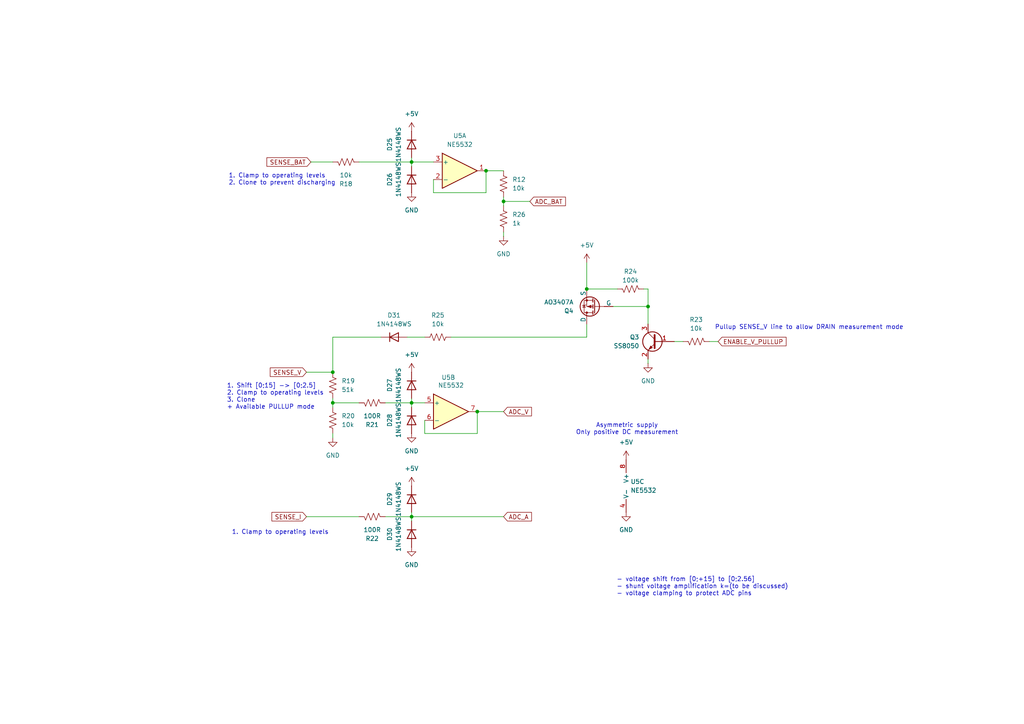
<source format=kicad_sch>
(kicad_sch (version 20231120) (generator "eeschema") (generator_version "8.0")
  (paper "A4")
  (title_block (title "measurement module (MM)") (date "2024-11-09") (rev "1.0") (company "vaexey"))
  (lib_symbols
    (symbol "Amplifier_Operational:NE5532" (pin_names (offset 0.127))
      (property "Reference" "U" (at 0 5.08 0))
      (property "Value" "NE5532" (at 0 -5.08 0))
      (symbol "NE5532_1_1"
        (polyline (pts (xy -5.08 5.08) (xy 5.08 0) (xy -5.08 -5.08) (xy -5.08 5.08)) (stroke (width 0.254)) (fill (type background)))
        (pin output line (at 7.62 0 180) (length 2.54) (name "~") (number "1"))
        (pin input line (at -7.62 -2.54 0) (length 2.54) (name "-") (number "2"))
        (pin input line (at -7.62 2.54 0) (length 2.54) (name "+") (number "3"))
      )
      (symbol "NE5532_2_1"
        (polyline (pts (xy -5.08 5.08) (xy 5.08 0) (xy -5.08 -5.08) (xy -5.08 5.08)) (stroke (width 0.254)) (fill (type background)))
        (pin input line (at -7.62 2.54 0) (length 2.54) (name "+") (number "5"))
        (pin input line (at -7.62 -2.54 0) (length 2.54) (name "-") (number "6"))
        (pin output line (at 7.62 0 180) (length 2.54) (name "~") (number "7"))
      )
      (symbol "NE5532_3_1"
        (pin power_in line (at -2.54 -7.62 90) (length 3.81) (name "V-") (number "4"))
        (pin power_in line (at -2.54 7.62 270) (length 3.81) (name "V+") (number "8"))
      )
    )
    (symbol "Device:D" (pin_numbers hide) (pin_names (offset 1.016) hide)
      (property "Reference" "D" (at 0 2.54 0))
      (property "Value" "D" (at 0 -2.54 0))
      (symbol "D_0_1"
        (polyline (pts (xy -1.27 1.27) (xy -1.27 -1.27)) (stroke (width 0.254)))
        (polyline (pts (xy 1.27 0) (xy -1.27 0)))
        (polyline (pts (xy 1.27 1.27) (xy 1.27 -1.27) (xy -1.27 0) (xy 1.27 1.27)) (stroke (width 0.254)))
      )
      (symbol "D_1_1"
        (pin passive line (at -3.81 0 0) (length 2.54) (name "K") (number "1"))
        (pin passive line (at 3.81 0 180) (length 2.54) (name "A") (number "2"))
      )
    )
    (symbol "Device:R_US" (pin_numbers hide) (pin_names (offset 0))
      (property "Reference" "R" (at 2.54 0 90))
      (property "Value" "R_US" (at -2.54 0 90))
      (symbol "R_US_0_1"
        (polyline (pts (xy 0 -2.286) (xy 0 -2.54)))
        (polyline (pts (xy 0 2.286) (xy 0 2.54)))
        (polyline (pts (xy 0 -0.762) (xy 1.016 -1.143) (xy 0 -1.524) (xy -1.016 -1.905) (xy 0 -2.286)))
        (polyline (pts (xy 0 0.762) (xy 1.016 0.381) (xy 0 0) (xy -1.016 -0.381) (xy 0 -0.762)))
        (polyline (pts (xy 0 2.286) (xy 1.016 1.905) (xy 0 1.524) (xy -1.016 1.143) (xy 0 0.762)))
      )
      (symbol "R_US_1_1"
        (pin passive line (at 0 3.81 270) (length 1.27) (name "~") (number "1"))
        (pin passive line (at 0 -3.81 90) (length 1.27) (name "~") (number "2"))
      )
    )
    (symbol "Simulation_SPICE:PMOS" (pin_numbers hide) (pin_names (offset 0))
      (property "Reference" "Q" (at 5.08 1.27 0))
      (property "Value" "PMOS" (at 5.08 -1.27 0))
      (symbol "PMOS_0_1"
        (polyline (pts (xy 0.254 0) (xy -2.54 0)))
        (polyline (pts (xy 0.254 1.905) (xy 0.254 -1.905)) (stroke (width 0.254)))
        (polyline (pts (xy 0.762 -1.27) (xy 0.762 -2.286)) (stroke (width 0.254)))
        (polyline (pts (xy 0.762 0.508) (xy 0.762 -0.508)) (stroke (width 0.254)))
        (polyline (pts (xy 0.762 2.286) (xy 0.762 1.27)) (stroke (width 0.254)))
        (polyline (pts (xy 2.54 2.54) (xy 2.54 1.778)))
        (polyline (pts (xy 2.54 -2.54) (xy 2.54 0) (xy 0.762 0)))
        (polyline (pts (xy 0.762 1.778) (xy 3.302 1.778) (xy 3.302 -1.778) (xy 0.762 -1.778)))
        (polyline (pts (xy 2.286 0) (xy 1.27 0.381) (xy 1.27 -0.381) (xy 2.286 0)) (fill (type outline)))
        (polyline (pts (xy 2.794 -0.508) (xy 2.921 -0.381) (xy 3.683 -0.381) (xy 3.81 -0.254)))
        (polyline (pts (xy 3.302 -0.381) (xy 2.921 0.254) (xy 3.683 0.254) (xy 3.302 -0.381)))
        (circle (center 1.651 0) (radius 2.794) (stroke (width 0.254)))
        (circle (center 2.54 -1.778) (radius 0.254) (fill (type outline)))
        (circle (center 2.54 1.778) (radius 0.254) (fill (type outline)))
      )
      (symbol "PMOS_1_1"
        (pin passive line (at 2.54 5.08 270) (length 2.54) (name "D") (number "1"))
        (pin input line (at -5.08 0 0) (length 2.54) (name "G") (number "2"))
        (pin passive line (at 2.54 -5.08 90) (length 2.54) (name "S") (number "3"))
      )
    )
    (symbol "Transistor_BJT:SS8050" (pin_names (offset 0) hide)
      (property "Reference" "Q" (at 5.08 1.905 0))
      (property "Value" "SS8050" (at 5.08 0 0))
      (symbol "SS8050_0_1"
        (polyline (pts (xy 0.635 0.635) (xy 2.54 2.54)))
        (polyline (pts (xy 0.635 -0.635) (xy 2.54 -2.54) (xy 2.54 -2.54)))
        (polyline (pts (xy 0.635 1.905) (xy 0.635 -1.905) (xy 0.635 -1.905)) (stroke (width 0.508)))
        (polyline (pts (xy 1.27 -1.778) (xy 1.778 -1.27) (xy 2.286 -2.286) (xy 1.27 -1.778) (xy 1.27 -1.778)) (fill (type outline)))
        (circle (center 1.27 0) (radius 2.8194) (stroke (width 0.254)))
      )
      (symbol "SS8050_1_1"
        (pin input line (at -5.08 0 0) (length 5.715) (name "B") (number "1"))
        (pin passive line (at 2.54 -5.08 90) (length 2.54) (name "E") (number "2"))
        (pin passive line (at 2.54 5.08 270) (length 2.54) (name "C") (number "3"))
      )
    )
    (symbol "power:+5V" (power) (pin_numbers hide) (pin_names (offset 0) hide)
      (property "Value" "+5V" (at 0 3.556 0))
      (symbol "+5V_0_1"
        (polyline (pts (xy -0.762 1.27) (xy 0 2.54)))
        (polyline (pts (xy 0 0) (xy 0 2.54)))
        (polyline (pts (xy 0 2.54) (xy 0.762 1.27)))
      )
      (symbol "+5V_1_1"
        (pin power_in line (at 0 0 90) (length 0) (name "~") (number "1"))
      )
    )
    (symbol "power:GND" (power) (pin_numbers hide) (pin_names (offset 0) hide)
      (property "Value" "GND" (at 0 -3.81 0))
      (symbol "GND_0_1"
        (polyline (pts (xy 0 0) (xy 0 -1.27) (xy 1.27 -1.27) (xy 0 -2.54) (xy -1.27 -1.27) (xy 0 -1.27)))
      )
      (symbol "GND_1_1"
        (pin power_in line (at 0 0 270) (length 0) (name "~") (number "1"))
      )
    )
  )
  (junction (at 146.05 58.42))
  (junction (at 140.97 49.53))
  (junction (at 187.96 88.9))
  (junction (at 119.38 149.86))
  (junction (at 138.43 119.38))
  (junction (at 96.52 116.84))
  (junction (at 119.38 46.99))
  (junction (at 96.52 107.95))
  (junction (at 170.18 83.82))
  (junction (at 119.38 116.84))
  (wire (pts (xy 208.28 99.06) (xy 205.74 99.06)))
  (wire (pts (xy 125.73 55.88) (xy 140.97 55.88)))
  (wire (pts (xy 96.52 97.79) (xy 110.49 97.79)))
  (wire (pts (xy 198.12 99.06) (xy 195.58 99.06)))
  (wire (pts (xy 119.38 148.59) (xy 119.38 149.86)))
  (wire (pts (xy 146.05 58.42) (xy 153.67 58.42)))
  (wire (pts (xy 130.81 97.79) (xy 170.18 97.79)))
  (wire (pts (xy 96.52 115.57) (xy 96.52 116.84)))
  (wire (pts (xy 138.43 119.38) (xy 138.43 125.73)))
  (wire (pts (xy 96.52 116.84) (xy 104.14 116.84)))
  (wire (pts (xy 187.96 83.82) (xy 186.69 83.82)))
  (wire (pts (xy 96.52 97.79) (xy 96.52 107.95)))
  (wire (pts (xy 187.96 88.9) (xy 187.96 83.82)))
  (wire (pts (xy 140.97 49.53) (xy 140.97 55.88)))
  (wire (pts (xy 96.52 127) (xy 96.52 125.73)))
  (wire (pts (xy 111.76 116.84) (xy 119.38 116.84)))
  (wire (pts (xy 111.76 149.86) (xy 119.38 149.86)))
  (wire (pts (xy 119.38 46.99) (xy 119.38 48.26)))
  (wire (pts (xy 119.38 149.86) (xy 146.05 149.86)))
  (wire (pts (xy 146.05 57.15) (xy 146.05 58.42)))
  (wire (pts (xy 119.38 45.72) (xy 119.38 46.99)))
  (wire (pts (xy 118.11 97.79) (xy 123.19 97.79)))
  (wire (pts (xy 96.52 116.84) (xy 96.52 118.11)))
  (wire (pts (xy 187.96 88.9) (xy 187.96 93.98)))
  (wire (pts (xy 179.07 83.82) (xy 170.18 83.82)))
  (wire (pts (xy 88.9 149.86) (xy 104.14 149.86)))
  (wire (pts (xy 90.17 46.99) (xy 96.52 46.99)))
  (wire (pts (xy 119.38 116.84) (xy 123.19 116.84)))
  (wire (pts (xy 177.8 88.9) (xy 187.96 88.9)))
  (wire (pts (xy 119.38 46.99) (xy 125.73 46.99)))
  (wire (pts (xy 170.18 97.79) (xy 170.18 93.98)))
  (wire (pts (xy 104.14 46.99) (xy 119.38 46.99)))
  (wire (pts (xy 140.97 49.53) (xy 146.05 49.53)))
  (wire (pts (xy 187.96 104.14) (xy 187.96 105.41)))
  (wire (pts (xy 125.73 52.07) (xy 125.73 55.88)))
  (wire (pts (xy 119.38 116.84) (xy 119.38 118.11)))
  (wire (pts (xy 88.9 107.95) (xy 96.52 107.95)))
  (wire (pts (xy 170.18 76.2) (xy 170.18 83.82)))
  (wire (pts (xy 138.43 119.38) (xy 146.05 119.38)))
  (wire (pts (xy 119.38 115.57) (xy 119.38 116.84)))
  (wire (pts (xy 123.19 121.92) (xy 123.19 125.73)))
  (wire (pts (xy 123.19 125.73) (xy 138.43 125.73)))
  (wire (pts (xy 119.38 149.86) (xy 119.38 151.13)))
  (wire (pts (xy 146.05 59.69) (xy 146.05 58.42)))
  (wire (pts (xy 146.05 67.31) (xy 146.05 68.58)))
  (text "1. Clamp to operating levels\n2. Clone to prevent discharging" (at 66.294 52.07 0) (effects (font (size 1.27 1.27)) (justify left)))
  (text "1. Clamp to operating levels" (at 81.28 154.432 0) (effects (font (size 1.27 1.27))))
  (text "1. Shift [0;15] -> [0;2.5]\n2. Clamp to operating levels\n3. Clone\n+ Available PULLUP mode" (at 65.786 115.062 0) (effects (font (size 1.27 1.27)) (justify left)))
  (text "- voltage shift from [0;+15] to [0;2.56]\n- shunt voltage amplification k=(to be discussed)\n- voltage clamping to protect ADC pins" (at 178.816 170.18 0) (effects (font (size 1.27 1.27)) (justify left)))
  (text "Pullup SENSE_V line to allow DRAIN measurement mode" (at 234.696 94.996 0) (effects (font (size 1.27 1.27))))
  (text "Asymmetric supply\nOnly positive DC measurement" (at 181.864 124.46 0) (effects (font (size 1.27 1.27))))
  (global_label "SENSE_V" (shape input) (at 88.9 107.95 180) (property "Intersheetrefs" "${INTERSHEET_REFS}" (effects (hide yes))))
  (global_label "SENSE_BAT" (shape input) (at 90.17 46.99 180) (property "Intersheetrefs" "${INTERSHEET_REFS}" (effects (hide yes))))
  (global_label "ADC_A" (shape input) (at 146.05 149.86 0) (property "Intersheetrefs" "${INTERSHEET_REFS}" (effects (hide yes))))
  (global_label "ADC_BAT" (shape input) (at 153.67 58.42 0) (property "Intersheetrefs" "${INTERSHEET_REFS}" (effects (hide yes))))
  (global_label "ENABLE_V_PULLUP" (shape input) (at 208.28 99.06 0) (property "Intersheetrefs" "${INTERSHEET_REFS}" (effects (hide yes))))
  (global_label "ADC_V" (shape input) (at 146.05 119.38 0) (property "Intersheetrefs" "${INTERSHEET_REFS}" (effects (hide yes))))
  (global_label "SENSE_I" (shape input) (at 88.9 149.86 180) (property "Intersheetrefs" "${INTERSHEET_REFS}" (effects (hide yes))))
  (symbol (lib_id "power:+5V") (at 181.61 133.35 0) (unit 1)
    (property "Reference" "#PWR031" (effects (hide yes)))
    (property "Value" "+5V" (at 181.61 128.27 0))
    (property "Description" "Power symbol creates a global label with name \"+5V\"" (effects (hide yes)))
  )
  (symbol (lib_id "Device:D") (at 119.38 154.94 90) (mirror x) (unit 1)
    (property "Reference" "D30" (at 113.03 154.94 0))
    (property "Value" "1N4148WS" (at 115.57 154.94 0))
    (property "Footprint" "Diode_SMD:D_SOD-323F" (effects (hide yes)))
    (property "Description" "Diode" (effects (hide yes)))
    (property "Sim.Device" "D" (effects (hide yes)))
    (property "Sim.Pins" "1=K 2=A" (effects (hide yes)))
  )
  (symbol (lib_id "Transistor_BJT:SS8050") (at 190.5 99.06 0) (mirror y) (unit 1)
    (property "Reference" "Q3" (at 185.42 97.7899 0) (effects (justify left)))
    (property "Value" "SS8050" (at 185.42 100.3299 0) (effects (justify left)))
    (property "Footprint" "Package_TO_SOT_SMD:SOT-23" (effects (hide yes)))
    (property "Datasheet" "http://www.secosgmbh.com/datasheet/products/SSMPTransistor/SOT-23/SS8050.pdf" (effects (hide yes)))
    (property "Description" "General Purpose NPN Transistor, 1.5A Ic, 25V Vce, SOT-23" (effects (hide yes)))
  )
  (symbol (lib_id "Amplifier_Operational:NE5532") (at 133.35 49.53 0) (unit 1)
    (property "Reference" "U5" (at 133.35 39.37 0))
    (property "Value" "NE5532" (at 133.35 41.91 0))
    (property "Footprint" "Package_SO:SO-8_5.3x6.2mm_P1.27mm" (effects (hide yes)))
    (property "Datasheet" "http://www.ti.com/lit/ds/symlink/ne5532.pdf" (effects (hide yes)))
    (property "Description" "Dual Low-Noise Operational Amplifiers, DIP-8/SOIC-8" (effects (hide yes)))
  )
  (symbol (lib_id "Device:D") (at 119.38 111.76 90) (mirror x) (unit 1)
    (property "Reference" "D27" (at 113.03 111.76 0))
    (property "Value" "1N4148WS" (at 115.57 111.76 0))
    (property "Footprint" "Diode_SMD:D_SOD-323F" (effects (hide yes)))
    (property "Description" "Diode" (effects (hide yes)))
    (property "Sim.Device" "D" (effects (hide yes)))
    (property "Sim.Pins" "1=K 2=A" (effects (hide yes)))
  )
  (symbol (lib_id "Device:R_US") (at 107.95 149.86 90) (mirror x) (unit 1)
    (property "Reference" "R22" (at 107.95 156.21 90))
    (property "Value" "100R" (at 107.95 153.67 90))
    (property "Footprint" "Resistor_SMD:R_1206_3216Metric" (effects (hide yes)))
    (property "Description" "Resistor, US symbol" (effects (hide yes)))
  )
  (symbol (lib_id "Device:D") (at 119.38 52.07 90) (mirror x) (unit 1)
    (property "Reference" "D26" (at 113.03 52.07 0))
    (property "Value" "1N4148WS" (at 115.57 52.07 0))
    (property "Footprint" "Diode_SMD:D_SOD-323F" (effects (hide yes)))
    (property "Description" "Diode" (effects (hide yes)))
    (property "Sim.Device" "D" (effects (hide yes)))
    (property "Sim.Pins" "1=K 2=A" (effects (hide yes)))
  )
  (symbol (lib_id "Device:D") (at 119.38 121.92 90) (mirror x) (unit 1)
    (property "Reference" "D28" (at 113.03 121.92 0))
    (property "Value" "1N4148WS" (at 115.57 121.92 0))
    (property "Footprint" "Diode_SMD:D_SOD-323F" (effects (hide yes)))
    (property "Description" "Diode" (effects (hide yes)))
    (property "Sim.Device" "D" (effects (hide yes)))
    (property "Sim.Pins" "1=K 2=A" (effects (hide yes)))
  )
  (symbol (lib_id "Device:R_US") (at 146.05 63.5 0) (unit 1)
    (property "Reference" "R26" (at 148.59 62.2299 0) (effects (justify left)))
    (property "Value" "1k" (at 148.59 64.7699 0) (effects (justify left)))
    (property "Footprint" "Resistor_SMD:R_1206_3216Metric" (effects (hide yes)))
    (property "Description" "Resistor, US symbol" (effects (hide yes)))
  )
  (symbol (lib_id "Device:D") (at 114.3 97.79 0) (unit 1)
    (property "Reference" "D31" (at 114.3 91.44 0))
    (property "Value" "1N4148WS" (at 114.3 93.98 0))
    (property "Footprint" "Diode_SMD:D_SOD-323F" (effects (hide yes)))
    (property "Description" "Diode" (effects (hide yes)))
    (property "Sim.Device" "D" (effects (hide yes)))
    (property "Sim.Pins" "1=K 2=A" (effects (hide yes)))
  )
  (symbol (lib_id "power:GND") (at 119.38 125.73 0) (unit 1)
    (property "Reference" "#PWR036" (effects (hide yes)))
    (property "Value" "GND" (at 119.38 130.81 0))
    (property "Description" "Power symbol creates a global label with name \"GND\" , ground" (effects (hide yes)))
  )
  (symbol (lib_id "Device:R_US") (at 96.52 111.76 0) (unit 1)
    (property "Reference" "R19" (at 99.06 110.4899 0) (effects (justify left)))
    (property "Value" "51k" (at 99.06 113.0299 0) (effects (justify left)))
    (property "Footprint" "Resistor_SMD:R_1206_3216Metric" (effects (hide yes)))
    (property "Description" "Resistor, US symbol" (effects (hide yes)))
  )
  (symbol (lib_id "power:GND") (at 146.05 68.58 0) (mirror y) (unit 1)
    (property "Reference" "#PWR013" (effects (hide yes)))
    (property "Value" "GND" (at 146.05 73.66 0))
    (property "Description" "Power symbol creates a global label with name \"GND\" , ground" (effects (hide yes)))
  )
  (symbol (lib_id "Amplifier_Operational:NE5532") (at 184.15 140.97 0) (unit 3)
    (property "Reference" "U5" (at 182.88 139.6999 0) (effects (justify left)))
    (property "Value" "NE5532" (at 182.88 142.2399 0) (effects (justify left)))
    (property "Footprint" "Package_SO:SO-8_5.3x6.2mm_P1.27mm" (effects (hide yes)))
    (property "Datasheet" "http://www.ti.com/lit/ds/symlink/ne5532.pdf" (effects (hide yes)))
    (property "Description" "Dual Low-Noise Operational Amplifiers, DIP-8/SOIC-8" (effects (hide yes)))
  )
  (symbol (lib_id "power:GND") (at 119.38 158.75 0) (unit 1)
    (property "Reference" "#PWR038" (effects (hide yes)))
    (property "Value" "GND" (at 119.38 163.83 0))
    (property "Description" "Power symbol creates a global label with name \"GND\" , ground" (effects (hide yes)))
  )
  (symbol (lib_id "power:+5V") (at 119.38 140.97 0) (unit 1)
    (property "Reference" "#PWR037" (effects (hide yes)))
    (property "Value" "+5V" (at 119.38 135.89 0))
    (property "Description" "Power symbol creates a global label with name \"+5V\"" (effects (hide yes)))
  )
  (symbol (lib_id "Device:D") (at 119.38 144.78 90) (mirror x) (unit 1)
    (property "Reference" "D29" (at 113.03 144.78 0))
    (property "Value" "1N4148WS" (at 115.57 144.78 0))
    (property "Footprint" "Diode_SMD:D_SOD-323F" (effects (hide yes)))
    (property "Description" "Diode" (effects (hide yes)))
    (property "Sim.Device" "D" (effects (hide yes)))
    (property "Sim.Pins" "1=K 2=A" (effects (hide yes)))
  )
  (symbol (lib_id "power:GND") (at 119.38 55.88 0) (unit 1)
    (property "Reference" "#PWR033" (effects (hide yes)))
    (property "Value" "GND" (at 119.38 60.96 0))
    (property "Description" "Power symbol creates a global label with name \"GND\" , ground" (effects (hide yes)))
  )
  (symbol (lib_id "Device:R_US") (at 146.05 53.34 0) (unit 1)
    (property "Reference" "R12" (at 148.59 52.0699 0) (effects (justify left)))
    (property "Value" "10k" (at 148.59 54.6099 0) (effects (justify left)))
    (property "Footprint" "Resistor_SMD:R_1206_3216Metric" (effects (hide yes)))
    (property "Description" "Resistor, US symbol" (effects (hide yes)))
  )
  (symbol (lib_id "power:+5V") (at 119.38 107.95 0) (unit 1)
    (property "Reference" "#PWR035" (effects (hide yes)))
    (property "Value" "+5V" (at 119.38 102.87 0))
    (property "Description" "Power symbol creates a global label with name \"+5V\"" (effects (hide yes)))
  )
  (symbol (lib_id "power:GND") (at 187.96 105.41 0) (mirror y) (unit 1)
    (property "Reference" "#PWR039" (effects (hide yes)))
    (property "Value" "GND" (at 187.96 110.49 0))
    (property "Description" "Power symbol creates a global label with name \"GND\" , ground" (effects (hide yes)))
  )
  (symbol (lib_id "power:+5V") (at 119.38 38.1 0) (unit 1)
    (property "Reference" "#PWR034" (effects (hide yes)))
    (property "Value" "+5V" (at 119.38 33.02 0))
    (property "Description" "Power symbol creates a global label with name \"+5V\"" (effects (hide yes)))
  )
  (symbol (lib_id "power:GND") (at 181.61 148.59 0) (unit 1)
    (property "Reference" "#PWR030" (effects (hide yes)))
    (property "Value" "GND" (at 181.61 153.67 0))
    (property "Description" "Power symbol creates a global label with name \"GND\" , ground" (effects (hide yes)))
  )
  (symbol (lib_id "power:GND") (at 96.52 127 0) (unit 1)
    (property "Reference" "#PWR032" (effects (hide yes)))
    (property "Value" "GND" (at 96.52 132.08 0))
    (property "Description" "Power symbol creates a global label with name \"GND\" , ground" (effects (hide yes)))
  )
  (symbol (lib_id "Device:R_US") (at 100.33 46.99 90) (mirror x) (unit 1)
    (property "Reference" "R18" (at 100.33 53.34 90))
    (property "Value" "10k" (at 100.33 50.8 90))
    (property "Footprint" "Resistor_SMD:R_1206_3216Metric" (effects (hide yes)))
    (property "Description" "Resistor, US symbol" (effects (hide yes)))
  )
  (symbol (lib_id "Device:R_US") (at 96.52 121.92 0) (unit 1)
    (property "Reference" "R20" (at 99.06 120.6499 0) (effects (justify left)))
    (property "Value" "10k" (at 99.06 123.1899 0) (effects (justify left)))
    (property "Footprint" "Resistor_SMD:R_1206_3216Metric" (effects (hide yes)))
    (property "Description" "Resistor, US symbol" (effects (hide yes)))
  )
  (symbol (lib_id "Device:D") (at 119.38 41.91 90) (mirror x) (unit 1)
    (property "Reference" "D25" (at 113.03 41.91 0))
    (property "Value" "1N4148WS" (at 115.57 41.91 0))
    (property "Footprint" "Diode_SMD:D_SOD-323F" (effects (hide yes)))
    (property "Description" "Diode" (effects (hide yes)))
    (property "Sim.Device" "D" (effects (hide yes)))
    (property "Sim.Pins" "1=K 2=A" (effects (hide yes)))
  )
  (symbol (lib_id "Simulation_SPICE:PMOS") (at 172.72 88.9 180) (unit 1)
    (property "Reference" "Q4" (at 166.37 90.1701 0) (effects (justify left)))
    (property "Value" "AO3407A" (at 166.37 87.6301 0) (effects (justify left)))
    (property "Footprint" "Package_TO_SOT_SMD:TSOT-23" (effects (hide yes)))
    (property "Datasheet" "https://ngspice.sourceforge.io/docs/ngspice-html-manual/manual.xhtml#cha_MOSFETs" (effects (hide yes)))
    (property "Description" "P-MOSFET transistor, drain/source/gate" (effects (hide yes)))
    (property "Sim.Device" "PMOS" (effects (hide yes)))
    (property "Sim.Type" "VDMOS" (effects (hide yes)))
    (property "Sim.Pins" "1=D 2=G 3=S" (effects (hide yes)))
  )
  (symbol (lib_id "power:+5V") (at 170.18 76.2 0) (unit 1)
    (property "Reference" "#PWR040" (effects (hide yes)))
    (property "Value" "+5V" (at 170.18 71.12 0))
    (property "Description" "Power symbol creates a global label with name \"+5V\"" (effects (hide yes)))
  )
  (symbol (lib_id "Device:R_US") (at 127 97.79 90) (unit 1)
    (property "Reference" "R25" (at 127 91.44 90))
    (property "Value" "10k" (at 127 93.98 90))
    (property "Footprint" "Resistor_SMD:R_1206_3216Metric" (effects (hide yes)))
    (property "Description" "Resistor, US symbol" (effects (hide yes)))
  )
  (symbol (lib_id "Device:R_US") (at 182.88 83.82 90) (mirror x) (unit 1)
    (property "Reference" "R24" (at 182.88 78.74 90))
    (property "Value" "100k" (at 182.88 81.28 90))
    (property "Footprint" "Resistor_SMD:R_1206_3216Metric" (effects (hide yes)))
    (property "Description" "Resistor, US symbol" (effects (hide yes)))
  )
  (symbol (lib_id "Device:R_US") (at 107.95 116.84 90) (mirror x) (unit 1)
    (property "Reference" "R21" (at 107.95 123.19 90))
    (property "Value" "100R" (at 107.95 120.65 90))
    (property "Footprint" "Resistor_SMD:R_1206_3216Metric" (effects (hide yes)))
    (property "Description" "Resistor, US symbol" (effects (hide yes)))
  )
  (symbol (lib_id "Device:R_US") (at 201.93 99.06 90) (mirror x) (unit 1)
    (property "Reference" "R23" (at 201.93 92.71 90))
    (property "Value" "10k" (at 201.93 95.25 90))
    (property "Footprint" "Resistor_SMD:R_1206_3216Metric" (effects (hide yes)))
    (property "Description" "Resistor, US symbol" (effects (hide yes)))
  )
  (symbol (lib_id "Amplifier_Operational:NE5532") (at 130.81 119.38 0) (unit 2)
    (property "Reference" "U5" (at 130.048 109.474 0))
    (property "Value" "NE5532" (at 130.81 111.76 0))
    (property "Footprint" "Package_SO:SO-8_5.3x6.2mm_P1.27mm" (effects (hide yes)))
    (property "Datasheet" "http://www.ti.com/lit/ds/symlink/ne5532.pdf" (effects (hide yes)))
    (property "Description" "Dual Low-Noise Operational Amplifiers, DIP-8/SOIC-8" (effects (hide yes)))
  )
)
</source>
